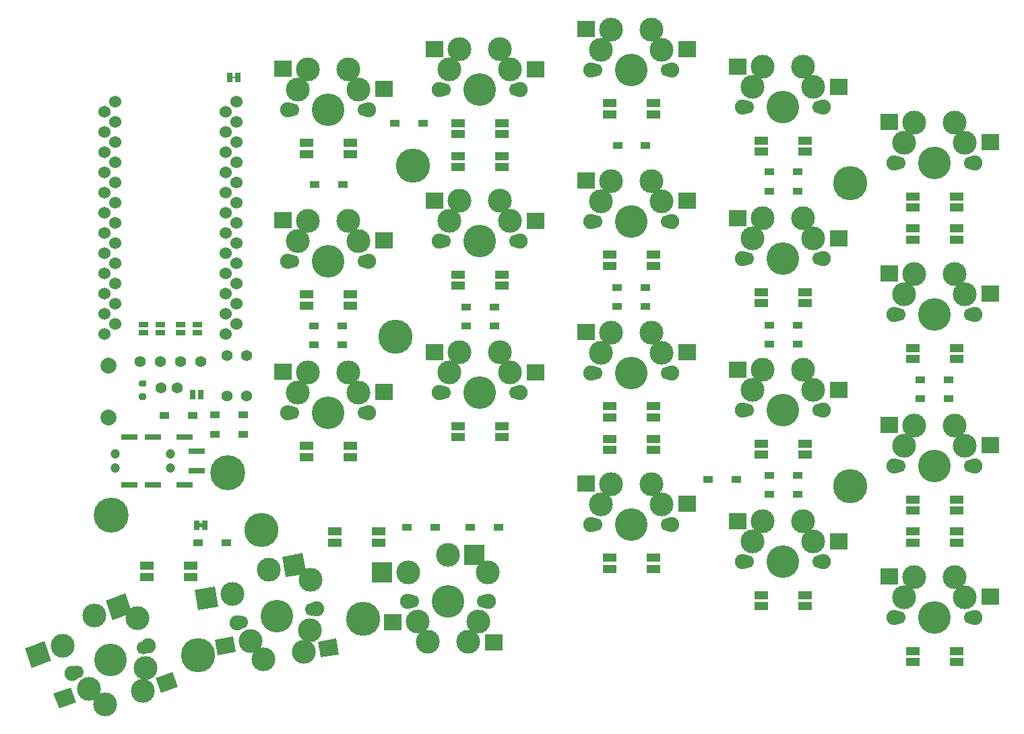
<source format=gts>
G04 #@! TF.GenerationSoftware,KiCad,Pcbnew,(5.1.10)-1*
G04 #@! TF.CreationDate,2021-12-24T05:38:29+09:00*
G04 #@! TF.ProjectId,keyball39_Left,6b657962-616c-46c3-9339-5f4c6566742e,rev?*
G04 #@! TF.SameCoordinates,Original*
G04 #@! TF.FileFunction,Soldermask,Top*
G04 #@! TF.FilePolarity,Negative*
%FSLAX46Y46*%
G04 Gerber Fmt 4.6, Leading zero omitted, Abs format (unit mm)*
G04 Created by KiCad (PCBNEW (5.1.10)-1) date 2021-12-24 05:38:29*
%MOMM*%
%LPD*%
G01*
G04 APERTURE LIST*
%ADD10C,1.524000*%
%ADD11C,1.397000*%
%ADD12C,4.400000*%
%ADD13C,4.300000*%
%ADD14C,1.200000*%
%ADD15R,2.100000X0.800000*%
%ADD16R,0.635000X1.143000*%
%ADD17R,1.143000X0.635000*%
%ADD18R,0.381000X0.500000*%
%ADD19R,0.381000X0.250000*%
%ADD20R,1.700000X1.000000*%
%ADD21R,2.300000X2.000000*%
%ADD22C,3.000000*%
%ADD23C,4.100000*%
%ADD24C,1.900000*%
%ADD25C,1.700000*%
%ADD26R,2.600000X2.600000*%
%ADD27C,0.100000*%
%ADD28C,2.000000*%
%ADD29R,1.300000X0.950000*%
G04 APERTURE END LIST*
D10*
X109379000Y-62475000D03*
X109379000Y-65015000D03*
X109379000Y-67555000D03*
X109379000Y-70095000D03*
X109379000Y-72635000D03*
X109379000Y-75175000D03*
X109379000Y-77715000D03*
X109379000Y-80255000D03*
X109379000Y-82795000D03*
X109379000Y-85335000D03*
X109379000Y-87875000D03*
X109379000Y-90415000D03*
X94139000Y-90415000D03*
X94139000Y-87875000D03*
X94139000Y-85335000D03*
X94139000Y-82795000D03*
X94139000Y-80255000D03*
X94139000Y-77715000D03*
X94139000Y-75175000D03*
X94139000Y-72635000D03*
X94139000Y-70095000D03*
X94139000Y-67555000D03*
X94139000Y-65015000D03*
X94139000Y-62475000D03*
X110685400Y-61205000D03*
X110685400Y-63745000D03*
X110685400Y-66285000D03*
X110685400Y-68825000D03*
X110685400Y-71365000D03*
X110685400Y-73905000D03*
X110685400Y-76445000D03*
X110685400Y-78985000D03*
X110685400Y-81525000D03*
X110685400Y-84065000D03*
X110685400Y-86605000D03*
X110685400Y-89145000D03*
X95465400Y-89145000D03*
X95465400Y-86605000D03*
X95465400Y-84065000D03*
X95465400Y-81525000D03*
X95465400Y-78985000D03*
X95465400Y-76445000D03*
X95465400Y-73905000D03*
X95465400Y-71365000D03*
X95465400Y-68825000D03*
X95465400Y-66285000D03*
X95465400Y-63745000D03*
X95465400Y-61205000D03*
D11*
X98585000Y-93955000D03*
X101125000Y-93955000D03*
X103665000Y-93955000D03*
X106205000Y-93955000D03*
D12*
X94988600Y-113193000D03*
X109589000Y-107880000D03*
D13*
X132885000Y-69255100D03*
X130685000Y-90805100D03*
X187835000Y-109555000D03*
X113853000Y-115120000D03*
X187835000Y-71455100D03*
X126644000Y-126289000D03*
D14*
X102425000Y-107285000D03*
X95425000Y-107285000D03*
D15*
X104225000Y-109385000D03*
X105725000Y-105185000D03*
X97225000Y-109385000D03*
X100225000Y-109385000D03*
D14*
X95425000Y-105535000D03*
X102425000Y-105535000D03*
D15*
X97225000Y-103435000D03*
X100225000Y-103435000D03*
X104225000Y-103435000D03*
X105725000Y-107635000D03*
D16*
X106230380Y-98030100D03*
X105229620Y-98030100D03*
D17*
X99059600Y-89269720D03*
X99059600Y-90270480D03*
X101160000Y-90280480D03*
X101160000Y-89279720D03*
X103660000Y-90280480D03*
X103660000Y-89279720D03*
X105760000Y-90280480D03*
X105760000Y-89279720D03*
D16*
X106710380Y-114460000D03*
X105709620Y-114460000D03*
D18*
X106210000Y-114460000D03*
D19*
X110400000Y-58160100D03*
D16*
X110900380Y-58160100D03*
X109899620Y-58160100D03*
D20*
X163110000Y-61430100D03*
X163110000Y-62830100D03*
X157610000Y-61430100D03*
X157610000Y-62830100D03*
X163110000Y-80480100D03*
X163110000Y-81880100D03*
X157610000Y-80480100D03*
X157610000Y-81880100D03*
X157610000Y-100930000D03*
X157610000Y-99530000D03*
X163110000Y-100930000D03*
X163110000Y-99530000D03*
X157610000Y-119980000D03*
X157610000Y-118580000D03*
X163110000Y-119980000D03*
X163110000Y-118580000D03*
X182160000Y-66130100D03*
X182160000Y-67530100D03*
X176660000Y-66130100D03*
X176660000Y-67530100D03*
X176660000Y-86580100D03*
X176660000Y-85180100D03*
X182160000Y-86580100D03*
X182160000Y-85180100D03*
X182160000Y-104230000D03*
X182160000Y-105630000D03*
X176660000Y-104230000D03*
X176660000Y-105630000D03*
X176660000Y-124680000D03*
X176660000Y-123280000D03*
X182160000Y-124680000D03*
X182160000Y-123280000D03*
X201210000Y-73130100D03*
X201210000Y-74530100D03*
X195710000Y-73130100D03*
X195710000Y-74530100D03*
X195710000Y-93580100D03*
X195710000Y-92180100D03*
X201210000Y-93580100D03*
X201210000Y-92180100D03*
X195710000Y-112630000D03*
X195710000Y-111230000D03*
X201210000Y-112630000D03*
X201210000Y-111230000D03*
X201210000Y-130280000D03*
X201210000Y-131680000D03*
X195710000Y-130280000D03*
X195710000Y-131680000D03*
D11*
X103240000Y-97220100D03*
X101190000Y-97220100D03*
X111950000Y-98210100D03*
X111950000Y-93130100D03*
X109510000Y-93170100D03*
X109510000Y-98250100D03*
G36*
G01*
X98644600Y-97915100D02*
X99194600Y-97915100D01*
G75*
G02*
X99394600Y-98115100I0J-200000D01*
G01*
X99394600Y-98515100D01*
G75*
G02*
X99194600Y-98715100I-200000J0D01*
G01*
X98644600Y-98715100D01*
G75*
G02*
X98444600Y-98515100I0J200000D01*
G01*
X98444600Y-98115100D01*
G75*
G02*
X98644600Y-97915100I200000J0D01*
G01*
G37*
G36*
G01*
X98644600Y-96265100D02*
X99194600Y-96265100D01*
G75*
G02*
X99394600Y-96465100I0J-200000D01*
G01*
X99394600Y-96865100D01*
G75*
G02*
X99194600Y-97065100I-200000J0D01*
G01*
X98644600Y-97065100D01*
G75*
G02*
X98444600Y-96865100I0J200000D01*
G01*
X98444600Y-96465100D01*
G75*
G02*
X98644600Y-96265100I200000J0D01*
G01*
G37*
D21*
X205460000Y-66350100D03*
X192760000Y-63810100D03*
D22*
X194650000Y-66390100D03*
X195920000Y-63850100D03*
X202270000Y-66390099D03*
X201000000Y-63850100D03*
D23*
X198460000Y-68930100D03*
D24*
X203540000Y-68930100D03*
X193380000Y-68930100D03*
D25*
X193960000Y-68930100D03*
X202960000Y-68930100D03*
D21*
X186410000Y-59350100D03*
X173710000Y-56810100D03*
D22*
X175600000Y-59390100D03*
X176870000Y-56850100D03*
X183220000Y-59390099D03*
X181950000Y-56850100D03*
D23*
X179410000Y-61930100D03*
D24*
X184490000Y-61930100D03*
X174330000Y-61930100D03*
D25*
X174910000Y-61930100D03*
X183910000Y-61930100D03*
D21*
X167360000Y-54650100D03*
X154660000Y-52110100D03*
D22*
X156550000Y-54690100D03*
X157820000Y-52150100D03*
X164170000Y-54690099D03*
X162900000Y-52150100D03*
D23*
X160360000Y-57230100D03*
D24*
X165440000Y-57230100D03*
X155280000Y-57230100D03*
D25*
X155860000Y-57230100D03*
X164860000Y-57230100D03*
X145810000Y-59730100D03*
X136810000Y-59730100D03*
D24*
X136230000Y-59730100D03*
X146390000Y-59730100D03*
D23*
X141310000Y-59730100D03*
D22*
X143850000Y-54650100D03*
X145120000Y-57190099D03*
X138770000Y-54650100D03*
X137500000Y-57190100D03*
D21*
X135610000Y-54610100D03*
X148310000Y-57150100D03*
X129260000Y-59650100D03*
X116560000Y-57110100D03*
D22*
X118450000Y-59690100D03*
X119720000Y-57150100D03*
X126070000Y-59690099D03*
X124800000Y-57150100D03*
D23*
X122260000Y-62230100D03*
D24*
X127340000Y-62230100D03*
X117180000Y-62230100D03*
D25*
X117760000Y-62230100D03*
X126760000Y-62230100D03*
X202960000Y-87980100D03*
X193960000Y-87980100D03*
D24*
X193380000Y-87980100D03*
X203540000Y-87980100D03*
D23*
X198460000Y-87980100D03*
D22*
X201000000Y-82900100D03*
X202270000Y-85440099D03*
X195920000Y-82900100D03*
X194650000Y-85440100D03*
D21*
X192760000Y-82860100D03*
X205460000Y-85400100D03*
D25*
X183910000Y-80980100D03*
X174910000Y-80980100D03*
D24*
X174330000Y-80980100D03*
X184490000Y-80980100D03*
D23*
X179410000Y-80980100D03*
D22*
X181950000Y-75900100D03*
X183220000Y-78440099D03*
X176870000Y-75900100D03*
X175600000Y-78440100D03*
D21*
X173710000Y-75860100D03*
X186410000Y-78400100D03*
D25*
X164860000Y-76280100D03*
X155860000Y-76280100D03*
D24*
X155280000Y-76280100D03*
X165440000Y-76280100D03*
D23*
X160360000Y-76280100D03*
D22*
X162900000Y-71200100D03*
X164170000Y-73740099D03*
X157820000Y-71200100D03*
X156550000Y-73740100D03*
D21*
X154660000Y-71160100D03*
X167360000Y-73700100D03*
X148310000Y-76200100D03*
X135610000Y-73660100D03*
D22*
X137500000Y-76240100D03*
X138770000Y-73700100D03*
X145120000Y-76240099D03*
X143850000Y-73700100D03*
D23*
X141310000Y-78780100D03*
D24*
X146390000Y-78780100D03*
X136230000Y-78780100D03*
D25*
X136810000Y-78780100D03*
X145810000Y-78780100D03*
X126760000Y-81280100D03*
X117760000Y-81280100D03*
D24*
X117180000Y-81280100D03*
X127340000Y-81280100D03*
D23*
X122260000Y-81280100D03*
D22*
X124800000Y-76200100D03*
X126070000Y-78740099D03*
X119720000Y-76200100D03*
X118450000Y-78740100D03*
D21*
X116560000Y-76160100D03*
X129260000Y-78700100D03*
D25*
X202960000Y-107030000D03*
X193960000Y-107030000D03*
D24*
X193380000Y-107030000D03*
X203540000Y-107030000D03*
D23*
X198460000Y-107030000D03*
D22*
X201000000Y-101950000D03*
X202270000Y-104489999D03*
X195920000Y-101950000D03*
X194650000Y-104490000D03*
D21*
X192760000Y-101910000D03*
X205460000Y-104450000D03*
X186410000Y-97450000D03*
X173710000Y-94910000D03*
D22*
X175600000Y-97490000D03*
X176870000Y-94950000D03*
X183220000Y-97489999D03*
X181950000Y-94950000D03*
D23*
X179410000Y-100030000D03*
D24*
X184490000Y-100030000D03*
X174330000Y-100030000D03*
D25*
X174910000Y-100030000D03*
X183910000Y-100030000D03*
D21*
X167360000Y-92750100D03*
X154660000Y-90210100D03*
D22*
X156550000Y-92790100D03*
X157820000Y-90250100D03*
X164170000Y-92790099D03*
X162900000Y-90250100D03*
D23*
X160360000Y-95330100D03*
D24*
X165440000Y-95330100D03*
X155280000Y-95330100D03*
D25*
X155860000Y-95330100D03*
X164860000Y-95330100D03*
X145810000Y-97830100D03*
X136810000Y-97830100D03*
D24*
X136230000Y-97830100D03*
X146390000Y-97830100D03*
D23*
X141310000Y-97830100D03*
D22*
X143850000Y-92750100D03*
X145120000Y-95290099D03*
X138770000Y-92750100D03*
X137500000Y-95290100D03*
D21*
X135610000Y-92710100D03*
X148310000Y-95250100D03*
X129260000Y-97750000D03*
X116560000Y-95210000D03*
D22*
X118450000Y-97790000D03*
X119720000Y-95250000D03*
X126070000Y-97789999D03*
X124800000Y-95250000D03*
D23*
X122260000Y-100330000D03*
D24*
X127340000Y-100330000D03*
X117180000Y-100330000D03*
D25*
X117760000Y-100330000D03*
X126760000Y-100330000D03*
D21*
X205460000Y-123500000D03*
X192760000Y-120960000D03*
D22*
X194650000Y-123540000D03*
X195920000Y-121000000D03*
X202270000Y-123539999D03*
X201000000Y-121000000D03*
D23*
X198460000Y-126080000D03*
D24*
X203540000Y-126080000D03*
X193380000Y-126080000D03*
D25*
X193960000Y-126080000D03*
X202960000Y-126080000D03*
X183910000Y-119080000D03*
X174910000Y-119080000D03*
D24*
X174330000Y-119080000D03*
X184490000Y-119080000D03*
D23*
X179410000Y-119080000D03*
D22*
X181950000Y-114000000D03*
X183220000Y-116539999D03*
X176870000Y-114000000D03*
X175600000Y-116540000D03*
D21*
X173710000Y-113960000D03*
X186410000Y-116500000D03*
X143010000Y-129200000D03*
D22*
X141120000Y-126620000D03*
D21*
X130310000Y-126660000D03*
D22*
X139850000Y-129160000D03*
D25*
X132810000Y-124080000D03*
D24*
X142390000Y-124080000D03*
D23*
X137310000Y-124080000D03*
D22*
X133500000Y-126620001D03*
D24*
X132230000Y-124080000D03*
D25*
X141810000Y-124080000D03*
D22*
X134770000Y-129160000D03*
X132310000Y-120380000D03*
D26*
X140610000Y-118180000D03*
D22*
X137310000Y-118180000D03*
D26*
X129010000Y-120380000D03*
D22*
X137310000Y-118180000D03*
X142310000Y-120380000D03*
X120032541Y-121365970D03*
X114726476Y-120067634D03*
D27*
G36*
X107989104Y-122169498D02*
G01*
X108440590Y-124729998D01*
X105880090Y-125181484D01*
X105428604Y-122620984D01*
X107989104Y-122169498D01*
G37*
D22*
X114726476Y-120067634D03*
D27*
G36*
X119030848Y-117988602D02*
G01*
X119482334Y-120549102D01*
X116921834Y-121000588D01*
X116470348Y-118440088D01*
X119030848Y-117988602D01*
G37*
D22*
X110184463Y-123102452D03*
X114131721Y-131321890D03*
D25*
X120182635Y-125096583D03*
D24*
X110748177Y-126760133D03*
D22*
X112439949Y-129041012D03*
D23*
X115751000Y-125878000D03*
D24*
X120753823Y-124995867D03*
D25*
X111319365Y-126659417D03*
D22*
X119134544Y-130439757D03*
D27*
G36*
X108346477Y-130818844D02*
G01*
X107999181Y-128849229D01*
X110264239Y-128449838D01*
X110611535Y-130419453D01*
X108346477Y-130818844D01*
G37*
D22*
X119944184Y-127717812D03*
D27*
G36*
X121294602Y-131114924D02*
G01*
X120947306Y-129145309D01*
X123212364Y-128745918D01*
X123559660Y-130715533D01*
X121294602Y-131114924D01*
G37*
G36*
X101200565Y-135588727D02*
G01*
X100516524Y-133709342D01*
X102677817Y-132922695D01*
X103361858Y-134802080D01*
X101200565Y-135588727D01*
G37*
D22*
X99280760Y-132477723D03*
D27*
G36*
X88397738Y-137545564D02*
G01*
X87713697Y-135666179D01*
X89874990Y-134879532D01*
X90559031Y-136758917D01*
X88397738Y-137545564D01*
G37*
D22*
X98956082Y-135298907D03*
D25*
X90603183Y-132933091D03*
D24*
X99605439Y-129656538D03*
D23*
X94831800Y-131394000D03*
D22*
X92120303Y-135083917D03*
D24*
X90058161Y-133131462D03*
D25*
X99060417Y-129854909D03*
D22*
X94182443Y-137036370D03*
X88867862Y-129627238D03*
D27*
G36*
X96691841Y-123054920D02*
G01*
X97581094Y-125498121D01*
X95137893Y-126387374D01*
X94248640Y-123944173D01*
X96691841Y-123054920D01*
G37*
D22*
X92813881Y-125849814D03*
D27*
G36*
X86543851Y-129089677D02*
G01*
X87433104Y-131532878D01*
X84989903Y-132422131D01*
X84100650Y-129978930D01*
X86543851Y-129089677D01*
G37*
D22*
X92813881Y-125849814D03*
X98264789Y-126207037D03*
D28*
X94625000Y-94435000D03*
X94625000Y-100935000D03*
D29*
X181225000Y-72470100D03*
X177675000Y-72470100D03*
X177685000Y-70000100D03*
X181235000Y-70000100D03*
X158585000Y-66740100D03*
X162135000Y-66740100D03*
X134185000Y-63960100D03*
X130635000Y-63960100D03*
X120515000Y-71680100D03*
X124065000Y-71680100D03*
X108015000Y-100610000D03*
X111565000Y-100610000D03*
X196665000Y-96190100D03*
X200215000Y-96190100D03*
X181245000Y-89330100D03*
X177695000Y-89330100D03*
X162085000Y-84560100D03*
X158535000Y-84560100D03*
X139595000Y-87080100D03*
X143145000Y-87080100D03*
X120415000Y-89420100D03*
X123965000Y-89420100D03*
X111565000Y-103060000D03*
X108015000Y-103060000D03*
X200195000Y-98570100D03*
X196645000Y-98570100D03*
X177705000Y-91720100D03*
X181255000Y-91720100D03*
X158505000Y-86940100D03*
X162055000Y-86940100D03*
X143095000Y-89450100D03*
X139545000Y-89450100D03*
X123985000Y-91830100D03*
X120435000Y-91830100D03*
X105165000Y-100680000D03*
X101615000Y-100680000D03*
X177675000Y-108260000D03*
X181225000Y-108260000D03*
X181235000Y-110600000D03*
X177685000Y-110600000D03*
X173485000Y-108700000D03*
X169935000Y-108700000D03*
X140065000Y-114710000D03*
X143615000Y-114710000D03*
X135695000Y-114700000D03*
X132145000Y-114700000D03*
X105885000Y-116690000D03*
X109435000Y-116690000D03*
D13*
X105889000Y-130868000D03*
D21*
X167360000Y-111800000D03*
X154660000Y-109260000D03*
D22*
X156550000Y-111840000D03*
X157820000Y-109300000D03*
X164170000Y-111839999D03*
X162900000Y-109300000D03*
D23*
X160360000Y-114380000D03*
D24*
X165440000Y-114380000D03*
X155280000Y-114380000D03*
D25*
X155860000Y-114380000D03*
X164860000Y-114380000D03*
D20*
X119510000Y-67830100D03*
X119510000Y-66430100D03*
X125010000Y-67830100D03*
X125010000Y-66430100D03*
X125010000Y-85480100D03*
X125010000Y-86880100D03*
X119510000Y-85480100D03*
X119510000Y-86880100D03*
X119510000Y-105930000D03*
X119510000Y-104530000D03*
X125010000Y-105930000D03*
X125010000Y-104530000D03*
X144060000Y-63930100D03*
X144060000Y-65330100D03*
X138560000Y-63930100D03*
X138560000Y-65330100D03*
X138560000Y-84380100D03*
X138560000Y-82980100D03*
X144060000Y-84380100D03*
X144060000Y-82980100D03*
X144060000Y-102030000D03*
X144060000Y-103430000D03*
X138560000Y-102030000D03*
X138560000Y-103430000D03*
X144060000Y-69450100D03*
X144060000Y-68050100D03*
X138560000Y-69450100D03*
X138560000Y-68050100D03*
X195720000Y-77170100D03*
X195720000Y-78570100D03*
X201220000Y-77170100D03*
X201220000Y-78570100D03*
X201200000Y-116670000D03*
X201200000Y-115270000D03*
X195700000Y-116670000D03*
X195700000Y-115270000D03*
X157610000Y-103620000D03*
X157610000Y-105020000D03*
X163110000Y-103620000D03*
X163110000Y-105020000D03*
X123030000Y-115260000D03*
X123030000Y-116660000D03*
X128530000Y-115260000D03*
X128530000Y-116660000D03*
X104940000Y-121000000D03*
X104940000Y-119600000D03*
X99440000Y-121000000D03*
X99440000Y-119600000D03*
M02*

</source>
